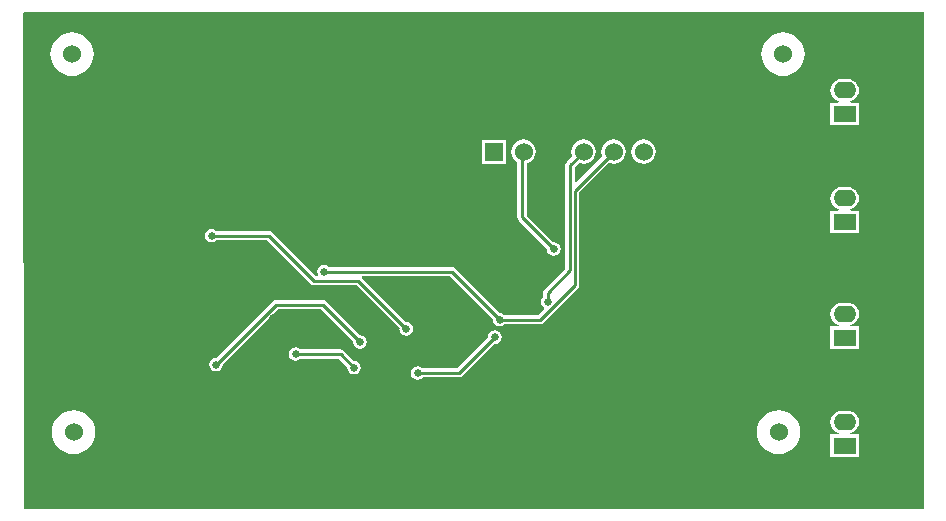
<source format=gbl>
G04*
G04 #@! TF.GenerationSoftware,Altium Limited,Altium Designer,18.1.6 (161)*
G04*
G04 Layer_Physical_Order=2*
G04 Layer_Color=16711680*
%FSLAX25Y25*%
%MOIN*%
G70*
G01*
G75*
%ADD14C,0.01000*%
%ADD51O,0.07500X0.05500*%
%ADD52R,0.07500X0.05500*%
%ADD53C,0.06000*%
%ADD54R,0.06000X0.06000*%
%ADD55C,0.02500*%
G36*
X663500Y304500D02*
X363500D01*
X363000Y469500D01*
X363500Y470000D01*
X663500D01*
Y304500D01*
D02*
G37*
%LPC*%
G36*
X616500Y463285D02*
X615079Y463145D01*
X613712Y462731D01*
X612453Y462057D01*
X611349Y461151D01*
X610443Y460047D01*
X609769Y458788D01*
X609355Y457421D01*
X609215Y456000D01*
X609355Y454579D01*
X609769Y453212D01*
X610443Y451953D01*
X611349Y450849D01*
X612453Y449943D01*
X613712Y449269D01*
X615079Y448855D01*
X616500Y448715D01*
X617921Y448855D01*
X619288Y449269D01*
X620547Y449943D01*
X621651Y450849D01*
X622557Y451953D01*
X623231Y453212D01*
X623645Y454579D01*
X623785Y456000D01*
X623645Y457421D01*
X623231Y458788D01*
X622557Y460047D01*
X621651Y461151D01*
X620547Y462057D01*
X619288Y462731D01*
X617921Y463145D01*
X616500Y463285D01*
D02*
G37*
G36*
X379500D02*
X378079Y463145D01*
X376712Y462731D01*
X375453Y462057D01*
X374349Y461151D01*
X373443Y460047D01*
X372769Y458788D01*
X372355Y457421D01*
X372215Y456000D01*
X372355Y454579D01*
X372769Y453212D01*
X373443Y451953D01*
X374349Y450849D01*
X375453Y449943D01*
X376712Y449269D01*
X378079Y448855D01*
X379500Y448715D01*
X380921Y448855D01*
X382288Y449269D01*
X383547Y449943D01*
X384651Y450849D01*
X385557Y451953D01*
X386230Y453212D01*
X386645Y454579D01*
X386785Y456000D01*
X386645Y457421D01*
X386230Y458788D01*
X385557Y460047D01*
X384651Y461151D01*
X383547Y462057D01*
X382288Y462731D01*
X380921Y463145D01*
X379500Y463285D01*
D02*
G37*
G36*
X638000Y447656D02*
X636000D01*
X635021Y447528D01*
X634109Y447150D01*
X633325Y446549D01*
X632724Y445765D01*
X632346Y444853D01*
X632218Y443874D01*
X632346Y442895D01*
X632724Y441983D01*
X633325Y441199D01*
X634109Y440598D01*
X635021Y440220D01*
X634912Y439750D01*
X632250D01*
Y432250D01*
X641750D01*
Y439750D01*
X639088D01*
X638979Y440220D01*
X639891Y440598D01*
X640674Y441199D01*
X641276Y441983D01*
X641653Y442895D01*
X641782Y443874D01*
X641653Y444853D01*
X641276Y445765D01*
X640674Y446549D01*
X639891Y447150D01*
X638979Y447528D01*
X638000Y447656D01*
D02*
G37*
G36*
X524000Y427500D02*
X516000D01*
Y419500D01*
X524000D01*
Y427500D01*
D02*
G37*
G36*
X570000Y427534D02*
X568956Y427397D01*
X567983Y426994D01*
X567147Y426353D01*
X566506Y425517D01*
X566103Y424544D01*
X565966Y423500D01*
X566103Y422456D01*
X566506Y421483D01*
X567147Y420647D01*
X567983Y420006D01*
X568956Y419603D01*
X570000Y419465D01*
X571044Y419603D01*
X572017Y420006D01*
X572853Y420647D01*
X573494Y421483D01*
X573897Y422456D01*
X574035Y423500D01*
X573897Y424544D01*
X573494Y425517D01*
X572853Y426353D01*
X572017Y426994D01*
X571044Y427397D01*
X570000Y427534D01*
D02*
G37*
G36*
X560000D02*
X558956Y427397D01*
X557983Y426994D01*
X557147Y426353D01*
X556506Y425517D01*
X556103Y424544D01*
X555966Y423500D01*
X556103Y422456D01*
X556305Y421968D01*
X547491Y413154D01*
X547029Y413346D01*
Y418366D01*
X548468Y419805D01*
X548956Y419603D01*
X550000Y419465D01*
X551044Y419603D01*
X552017Y420006D01*
X552853Y420647D01*
X553494Y421483D01*
X553897Y422456D01*
X554035Y423500D01*
X553897Y424544D01*
X553494Y425517D01*
X552853Y426353D01*
X552017Y426994D01*
X551044Y427397D01*
X550000Y427534D01*
X548956Y427397D01*
X547983Y426994D01*
X547147Y426353D01*
X546506Y425517D01*
X546103Y424544D01*
X545965Y423500D01*
X546103Y422456D01*
X546305Y421968D01*
X544419Y420081D01*
X544087Y419585D01*
X543971Y419000D01*
Y384512D01*
X536919Y377460D01*
X536587Y376964D01*
X536471Y376379D01*
Y375184D01*
X536378Y375122D01*
X535881Y374378D01*
X535706Y373500D01*
X535881Y372622D01*
X536378Y371878D01*
X536756Y371625D01*
X536819Y370982D01*
X534867Y369029D01*
X523684D01*
X523622Y369122D01*
X522878Y369619D01*
X522000Y369794D01*
X521891Y369772D01*
X507081Y384581D01*
X506585Y384913D01*
X506000Y385029D01*
X465184D01*
X465122Y385122D01*
X464378Y385619D01*
X463500Y385794D01*
X462622Y385619D01*
X461878Y385122D01*
X461381Y384378D01*
X461206Y383500D01*
X461381Y382622D01*
X461482Y382470D01*
X461246Y382029D01*
X460634D01*
X446081Y396581D01*
X445585Y396913D01*
X445000Y397029D01*
X427684D01*
X427622Y397122D01*
X426878Y397620D01*
X426000Y397794D01*
X425122Y397620D01*
X424378Y397122D01*
X423881Y396378D01*
X423706Y395500D01*
X423881Y394622D01*
X424378Y393878D01*
X425122Y393380D01*
X426000Y393206D01*
X426878Y393380D01*
X427622Y393878D01*
X427684Y393971D01*
X444367D01*
X458919Y379419D01*
X459415Y379087D01*
X460000Y378971D01*
X474219D01*
X488654Y364536D01*
X488632Y364426D01*
X488807Y363548D01*
X489304Y362804D01*
X490048Y362307D01*
X490926Y362132D01*
X491804Y362307D01*
X492548Y362804D01*
X493046Y363548D01*
X493220Y364426D01*
X493046Y365304D01*
X492548Y366048D01*
X491804Y366546D01*
X490926Y366720D01*
X490817Y366699D01*
X476045Y381471D01*
X476182Y381908D01*
X476229Y381971D01*
X505367D01*
X519728Y367609D01*
X519706Y367500D01*
X519881Y366622D01*
X520378Y365878D01*
X521122Y365381D01*
X522000Y365206D01*
X522878Y365381D01*
X523622Y365878D01*
X523684Y365971D01*
X535500D01*
X536085Y366087D01*
X536581Y366419D01*
X548081Y377919D01*
X548413Y378415D01*
X548529Y379000D01*
Y409867D01*
X558468Y419805D01*
X558956Y419603D01*
X560000Y419465D01*
X561044Y419603D01*
X562017Y420006D01*
X562853Y420647D01*
X563494Y421483D01*
X563897Y422456D01*
X564035Y423500D01*
X563897Y424544D01*
X563494Y425517D01*
X562853Y426353D01*
X562017Y426994D01*
X561044Y427397D01*
X560000Y427534D01*
D02*
G37*
G36*
X638000Y411656D02*
X636000D01*
X635021Y411527D01*
X634109Y411150D01*
X633325Y410548D01*
X632724Y409765D01*
X632346Y408853D01*
X632218Y407874D01*
X632346Y406895D01*
X632724Y405983D01*
X633325Y405199D01*
X634109Y404598D01*
X635021Y404220D01*
X634912Y403750D01*
X632250D01*
Y396250D01*
X641750D01*
Y403750D01*
X639088D01*
X638979Y404220D01*
X639891Y404598D01*
X640674Y405199D01*
X641276Y405983D01*
X641653Y406895D01*
X641782Y407874D01*
X641653Y408853D01*
X641276Y409765D01*
X640674Y410548D01*
X639891Y411150D01*
X638979Y411527D01*
X638000Y411656D01*
D02*
G37*
G36*
X530000Y427534D02*
X528956Y427397D01*
X527983Y426994D01*
X527147Y426353D01*
X526506Y425517D01*
X526103Y424544D01*
X525965Y423500D01*
X526103Y422456D01*
X526506Y421483D01*
X527147Y420647D01*
X527971Y420015D01*
Y401554D01*
X528087Y400969D01*
X528419Y400473D01*
X537782Y391109D01*
X537760Y391000D01*
X537935Y390122D01*
X538432Y389378D01*
X539176Y388880D01*
X540054Y388706D01*
X540932Y388880D01*
X541676Y389378D01*
X542174Y390122D01*
X542348Y391000D01*
X542174Y391878D01*
X541676Y392622D01*
X540932Y393120D01*
X540054Y393294D01*
X539945Y393272D01*
X531029Y402188D01*
Y419601D01*
X531044Y419603D01*
X532017Y420006D01*
X532853Y420647D01*
X533494Y421483D01*
X533897Y422456D01*
X534034Y423500D01*
X533897Y424544D01*
X533494Y425517D01*
X532853Y426353D01*
X532017Y426994D01*
X531044Y427397D01*
X530000Y427534D01*
D02*
G37*
G36*
X520390Y363904D02*
X519512Y363730D01*
X518768Y363232D01*
X518270Y362488D01*
X518096Y361610D01*
X518118Y361501D01*
X507883Y351267D01*
X496421D01*
X496359Y351359D01*
X495615Y351857D01*
X494737Y352031D01*
X493859Y351857D01*
X493115Y351359D01*
X492618Y350615D01*
X492443Y349737D01*
X492618Y348859D01*
X493115Y348115D01*
X493859Y347618D01*
X494737Y347443D01*
X495615Y347618D01*
X496359Y348115D01*
X496421Y348208D01*
X508517D01*
X509102Y348324D01*
X509598Y348656D01*
X520280Y359338D01*
X520390Y359316D01*
X521268Y359491D01*
X522012Y359988D01*
X522509Y360732D01*
X522684Y361610D01*
X522509Y362488D01*
X522012Y363232D01*
X521268Y363730D01*
X520390Y363904D01*
D02*
G37*
G36*
X638000Y373156D02*
X636000D01*
X635021Y373027D01*
X634109Y372650D01*
X633325Y372048D01*
X632724Y371265D01*
X632346Y370353D01*
X632218Y369374D01*
X632346Y368395D01*
X632724Y367483D01*
X633325Y366700D01*
X634109Y366098D01*
X635021Y365721D01*
X634912Y365250D01*
X632250D01*
Y357750D01*
X641750D01*
Y365250D01*
X639088D01*
X638979Y365721D01*
X639891Y366098D01*
X640674Y366700D01*
X641276Y367483D01*
X641653Y368395D01*
X641782Y369374D01*
X641653Y370353D01*
X641276Y371265D01*
X640674Y372048D01*
X639891Y372650D01*
X638979Y373027D01*
X638000Y373156D01*
D02*
G37*
G36*
X463000Y374029D02*
X447500D01*
X446915Y373913D01*
X446419Y373581D01*
X427609Y354772D01*
X427500Y354794D01*
X426622Y354620D01*
X425878Y354122D01*
X425381Y353378D01*
X425206Y352500D01*
X425381Y351622D01*
X425878Y350878D01*
X426622Y350380D01*
X427500Y350206D01*
X428378Y350380D01*
X429122Y350878D01*
X429619Y351622D01*
X429794Y352500D01*
X429772Y352609D01*
X448134Y370971D01*
X462366D01*
X473228Y360109D01*
X473206Y360000D01*
X473381Y359122D01*
X473878Y358378D01*
X474622Y357880D01*
X475500Y357706D01*
X476378Y357880D01*
X477122Y358378D01*
X477619Y359122D01*
X477794Y360000D01*
X477619Y360878D01*
X477122Y361622D01*
X476378Y362120D01*
X475500Y362294D01*
X475391Y362272D01*
X464081Y373581D01*
X463585Y373913D01*
X463000Y374029D01*
D02*
G37*
G36*
X454000Y358294D02*
X453122Y358120D01*
X452378Y357622D01*
X451881Y356878D01*
X451706Y356000D01*
X451881Y355122D01*
X452378Y354378D01*
X453122Y353881D01*
X454000Y353706D01*
X454878Y353881D01*
X455622Y354378D01*
X455684Y354471D01*
X468366D01*
X471228Y351609D01*
X471206Y351500D01*
X471381Y350622D01*
X471878Y349878D01*
X472622Y349380D01*
X473500Y349206D01*
X474378Y349380D01*
X475122Y349878D01*
X475619Y350622D01*
X475794Y351500D01*
X475619Y352378D01*
X475122Y353122D01*
X474378Y353620D01*
X473500Y353794D01*
X473391Y353772D01*
X470081Y357081D01*
X469585Y357413D01*
X469000Y357529D01*
X455684D01*
X455622Y357622D01*
X454878Y358120D01*
X454000Y358294D01*
D02*
G37*
G36*
X615000Y337285D02*
X613579Y337145D01*
X612212Y336731D01*
X610953Y336057D01*
X609849Y335151D01*
X608943Y334047D01*
X608270Y332788D01*
X607855Y331421D01*
X607715Y330000D01*
X607855Y328579D01*
X608270Y327212D01*
X608943Y325953D01*
X609849Y324849D01*
X610953Y323943D01*
X612212Y323270D01*
X613579Y322855D01*
X615000Y322715D01*
X616421Y322855D01*
X617788Y323270D01*
X619047Y323943D01*
X620151Y324849D01*
X621057Y325953D01*
X621731Y327212D01*
X622145Y328579D01*
X622285Y330000D01*
X622145Y331421D01*
X621731Y332788D01*
X621057Y334047D01*
X620151Y335151D01*
X619047Y336057D01*
X617788Y336731D01*
X616421Y337145D01*
X615000Y337285D01*
D02*
G37*
G36*
X380000D02*
X378579Y337145D01*
X377212Y336731D01*
X375953Y336057D01*
X374849Y335151D01*
X373943Y334047D01*
X373270Y332788D01*
X372855Y331421D01*
X372715Y330000D01*
X372855Y328579D01*
X373270Y327212D01*
X373943Y325953D01*
X374849Y324849D01*
X375953Y323943D01*
X377212Y323270D01*
X378579Y322855D01*
X380000Y322715D01*
X381421Y322855D01*
X382788Y323270D01*
X384047Y323943D01*
X385151Y324849D01*
X386057Y325953D01*
X386731Y327212D01*
X387145Y328579D01*
X387285Y330000D01*
X387145Y331421D01*
X386731Y332788D01*
X386057Y334047D01*
X385151Y335151D01*
X384047Y336057D01*
X382788Y336731D01*
X381421Y337145D01*
X380000Y337285D01*
D02*
G37*
G36*
X638000Y337156D02*
X636000D01*
X635021Y337028D01*
X634109Y336650D01*
X633325Y336049D01*
X632724Y335265D01*
X632346Y334353D01*
X632218Y333374D01*
X632346Y332395D01*
X632724Y331483D01*
X633325Y330699D01*
X634109Y330098D01*
X635021Y329720D01*
X634912Y329250D01*
X632250D01*
Y321750D01*
X641750D01*
Y329250D01*
X639088D01*
X638979Y329720D01*
X639891Y330098D01*
X640674Y330699D01*
X641276Y331483D01*
X641653Y332395D01*
X641782Y333374D01*
X641653Y334353D01*
X641276Y335265D01*
X640674Y336049D01*
X639891Y336650D01*
X638979Y337028D01*
X638000Y337156D01*
D02*
G37*
%LPD*%
D14*
X469000Y356000D02*
X473500Y351500D01*
X454000Y356000D02*
X469000D01*
X463000Y372500D02*
X475500Y360000D01*
X447500Y372500D02*
X463000D01*
X427500Y352500D02*
X447500Y372500D01*
X474852Y380500D02*
X490926Y364426D01*
X460000Y380500D02*
X474852D01*
X445000Y395500D02*
X460000Y380500D01*
X426000Y395500D02*
X445000D01*
X535500Y367500D02*
X547000Y379000D01*
X522000Y367500D02*
X535500D01*
X547000Y379000D02*
Y410500D01*
X560000Y423500D01*
X545500Y419000D02*
X550000Y423500D01*
X545500Y383879D02*
Y419000D01*
X538000Y376379D02*
X545500Y383879D01*
X538000Y373500D02*
Y376379D01*
X529500Y401554D02*
X540054Y391000D01*
X529500Y401554D02*
Y423000D01*
X463500Y383500D02*
X506000D01*
X522000Y367500D01*
X529500Y423000D02*
X530000Y423500D01*
X508517Y349737D02*
X520390Y361610D01*
X494737Y349737D02*
X508517D01*
D51*
X637000Y333374D02*
D03*
Y443874D02*
D03*
Y369374D02*
D03*
Y407874D02*
D03*
D52*
Y325500D02*
D03*
Y436000D02*
D03*
Y361500D02*
D03*
Y400000D02*
D03*
D53*
X380000Y330000D02*
D03*
X379500Y456000D02*
D03*
X616500D02*
D03*
X615000Y330000D02*
D03*
X570000Y423500D02*
D03*
X560000D02*
D03*
X550000D02*
D03*
X540000D02*
D03*
X530000D02*
D03*
D54*
X520000D02*
D03*
D55*
X451000Y418500D02*
D03*
X473500Y351500D02*
D03*
X454000Y356000D02*
D03*
X589000Y401500D02*
D03*
X538000Y373500D02*
D03*
X412500Y384500D02*
D03*
X426000Y395500D02*
D03*
X589500Y369500D02*
D03*
X566000Y380500D02*
D03*
X434000Y334000D02*
D03*
X446500Y368000D02*
D03*
X475500Y360000D02*
D03*
X463500Y383500D02*
D03*
X505150Y399150D02*
D03*
X497000Y371448D02*
D03*
X553500Y343500D02*
D03*
X378299Y388701D02*
D03*
X490426Y356926D02*
D03*
X530500Y376251D02*
D03*
X538086Y358414D02*
D03*
X540054Y391000D02*
D03*
X490926Y364426D02*
D03*
X494737Y349737D02*
D03*
X520390Y361610D02*
D03*
X522000Y367500D02*
D03*
X427500Y352500D02*
D03*
M02*

</source>
